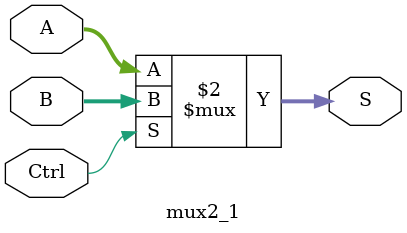
<source format=v>
`timescale 1ns / 1ps
module mux2_1(A,B,Ctrl,S
    );
parameter N=32;
input Ctrl;
input wire [N-1:0] A,B;
output wire [N-1:0] S;
assign S=(Ctrl==1'b0)?A:B;

endmodule

</source>
